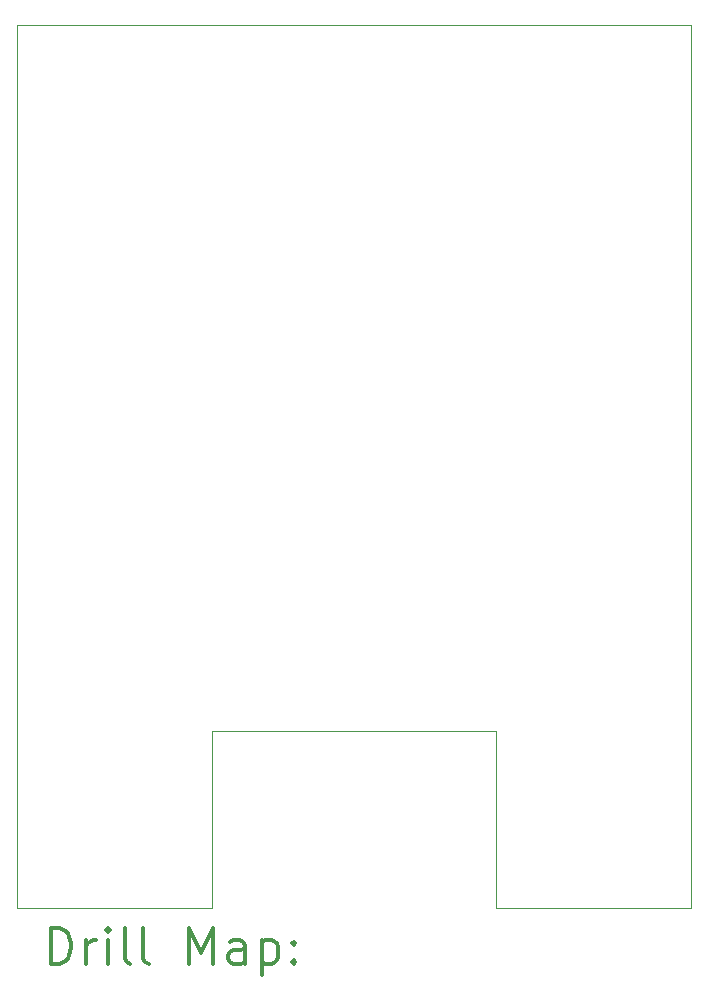
<source format=gbr>
%FSLAX45Y45*%
G04 Gerber Fmt 4.5, Leading zero omitted, Abs format (unit mm)*
G04 Created by KiCad (PCBNEW (5.1.10)-1) date 2022-03-26 18:39:03*
%MOMM*%
%LPD*%
G01*
G04 APERTURE LIST*
%TA.AperFunction,Profile*%
%ADD10C,0.100000*%
%TD*%
%ADD11C,0.200000*%
%ADD12C,0.300000*%
G04 APERTURE END LIST*
D10*
X5850000Y-9400000D02*
X3450000Y-9400000D01*
X5850000Y-10900000D02*
X5850000Y-9400000D01*
X7500000Y-10900000D02*
X5850000Y-10900000D01*
X3450000Y-10900000D02*
X3450000Y-9400000D01*
X1800000Y-10900000D02*
X3450000Y-10900000D01*
X7500000Y-3420000D02*
X7500000Y-10900000D01*
X1800000Y-3420000D02*
X7500000Y-3420000D01*
X1800000Y-10900000D02*
X1800000Y-3420000D01*
D11*
D12*
X2081428Y-11370714D02*
X2081428Y-11070714D01*
X2152857Y-11070714D01*
X2195714Y-11085000D01*
X2224286Y-11113572D01*
X2238571Y-11142143D01*
X2252857Y-11199286D01*
X2252857Y-11242143D01*
X2238571Y-11299286D01*
X2224286Y-11327857D01*
X2195714Y-11356429D01*
X2152857Y-11370714D01*
X2081428Y-11370714D01*
X2381428Y-11370714D02*
X2381428Y-11170714D01*
X2381428Y-11227857D02*
X2395714Y-11199286D01*
X2410000Y-11185000D01*
X2438571Y-11170714D01*
X2467143Y-11170714D01*
X2567143Y-11370714D02*
X2567143Y-11170714D01*
X2567143Y-11070714D02*
X2552857Y-11085000D01*
X2567143Y-11099286D01*
X2581428Y-11085000D01*
X2567143Y-11070714D01*
X2567143Y-11099286D01*
X2752857Y-11370714D02*
X2724286Y-11356429D01*
X2710000Y-11327857D01*
X2710000Y-11070714D01*
X2910000Y-11370714D02*
X2881428Y-11356429D01*
X2867143Y-11327857D01*
X2867143Y-11070714D01*
X3252857Y-11370714D02*
X3252857Y-11070714D01*
X3352857Y-11285000D01*
X3452857Y-11070714D01*
X3452857Y-11370714D01*
X3724286Y-11370714D02*
X3724286Y-11213571D01*
X3710000Y-11185000D01*
X3681428Y-11170714D01*
X3624286Y-11170714D01*
X3595714Y-11185000D01*
X3724286Y-11356429D02*
X3695714Y-11370714D01*
X3624286Y-11370714D01*
X3595714Y-11356429D01*
X3581428Y-11327857D01*
X3581428Y-11299286D01*
X3595714Y-11270714D01*
X3624286Y-11256429D01*
X3695714Y-11256429D01*
X3724286Y-11242143D01*
X3867143Y-11170714D02*
X3867143Y-11470714D01*
X3867143Y-11185000D02*
X3895714Y-11170714D01*
X3952857Y-11170714D01*
X3981428Y-11185000D01*
X3995714Y-11199286D01*
X4010000Y-11227857D01*
X4010000Y-11313571D01*
X3995714Y-11342143D01*
X3981428Y-11356429D01*
X3952857Y-11370714D01*
X3895714Y-11370714D01*
X3867143Y-11356429D01*
X4138571Y-11342143D02*
X4152857Y-11356429D01*
X4138571Y-11370714D01*
X4124286Y-11356429D01*
X4138571Y-11342143D01*
X4138571Y-11370714D01*
X4138571Y-11185000D02*
X4152857Y-11199286D01*
X4138571Y-11213571D01*
X4124286Y-11199286D01*
X4138571Y-11185000D01*
X4138571Y-11213571D01*
M02*

</source>
